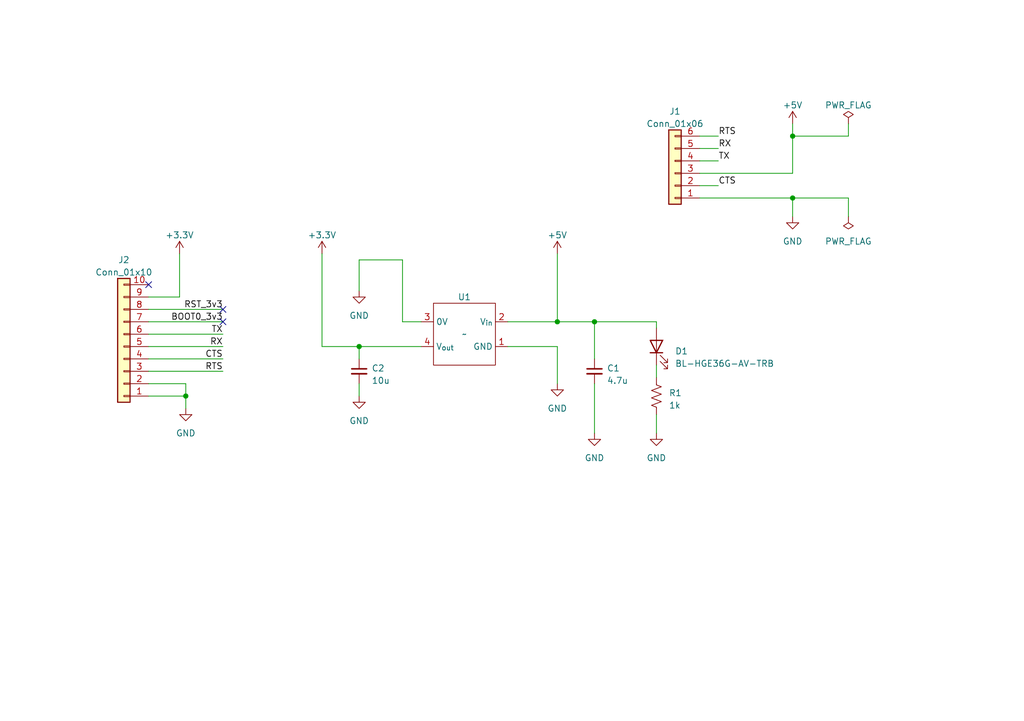
<source format=kicad_sch>
(kicad_sch (version 20230121) (generator eeschema)
  (paper "A5")
  (title_block (title "Radio Adapter") (company "The A-Team"))
  (lib_symbols
    (symbol "+5V_1" (power) (pin_names (offset 0))
      (property "Value" "+5V_1" (at 0 3.556 0))
      (symbol "+5V_1_0_1"
        (polyline (pts (xy -0.762 1.27) (xy 0 2.54)))
        (polyline (pts (xy 0 0) (xy 0 2.54)))
        (polyline (pts (xy 0 2.54) (xy 0.762 1.27)))
      )
      (symbol "+5V_1_1_1"
        (pin power_in line (at 0 0 90) (length 0) hide (name "+5V") (number "1"))
      )
    )
    (symbol "AT-Supplies:B0503S-1WR3"
      (property "Reference" "U" (at 0 8.89 0))
      (symbol "B0503S-1WR3_1_1"
        (rectangle (start -6.35 6.35) (end 6.35 -6.35))
        (pin power_in line (at -8.89 2.54 0) (length 2.54) (name "GND") (number "1"))
        (pin power_in line (at -8.89 -2.54 0) (length 2.54) (name "V_{in}") (number "2"))
        (pin power_in line (at 8.89 -2.54 180) (length 2.54) (name "0V") (number "3"))
        (pin power_out line (at 8.89 2.54 180) (length 2.54) (name "V_{out}") (number "4"))
      )
    )
    (symbol "Connector_Generic:Conn_01x06" (pin_names (offset 1.016) hide)
      (property "Reference" "J" (at 0 7.62 0))
      (property "Value" "Conn_01x06" (at 0 -10.16 0))
      (symbol "Conn_01x06_1_1"
        (rectangle (start -1.27 -7.493) (end 0 -7.747) (stroke (width 0.1524)))
        (rectangle (start -1.27 -4.953) (end 0 -5.207) (stroke (width 0.1524)))
        (rectangle (start -1.27 -2.413) (end 0 -2.667) (stroke (width 0.1524)))
        (rectangle (start -1.27 0.127) (end 0 -0.127) (stroke (width 0.1524)))
        (rectangle (start -1.27 2.667) (end 0 2.413) (stroke (width 0.1524)))
        (rectangle (start -1.27 5.207) (end 0 4.953) (stroke (width 0.1524)))
        (rectangle (start -1.27 6.35) (end 1.27 -8.89) (stroke (width 0.254)) (fill (type background)))
        (pin passive line (at -5.08 5.08 0) (length 3.81) (name "Pin_1") (number "1"))
        (pin passive line (at -5.08 2.54 0) (length 3.81) (name "Pin_2") (number "2"))
        (pin passive line (at -5.08 0 0) (length 3.81) (name "Pin_3") (number "3"))
        (pin passive line (at -5.08 -2.54 0) (length 3.81) (name "Pin_4") (number "4"))
        (pin passive line (at -5.08 -5.08 0) (length 3.81) (name "Pin_5") (number "5"))
        (pin passive line (at -5.08 -7.62 0) (length 3.81) (name "Pin_6") (number "6"))
      )
    )
    (symbol "Connector_Generic:Conn_01x10" (pin_names (offset 1.016) hide)
      (property "Reference" "J" (at 0 12.7 0))
      (property "Value" "Conn_01x10" (at 0 -15.24 0))
      (symbol "Conn_01x10_1_1"
        (rectangle (start -1.27 -12.573) (end 0 -12.827) (stroke (width 0.1524)))
        (rectangle (start -1.27 -10.033) (end 0 -10.287) (stroke (width 0.1524)))
        (rectangle (start -1.27 -7.493) (end 0 -7.747) (stroke (width 0.1524)))
        (rectangle (start -1.27 -4.953) (end 0 -5.207) (stroke (width 0.1524)))
        (rectangle (start -1.27 -2.413) (end 0 -2.667) (stroke (width 0.1524)))
        (rectangle (start -1.27 0.127) (end 0 -0.127) (stroke (width 0.1524)))
        (rectangle (start -1.27 2.667) (end 0 2.413) (stroke (width 0.1524)))
        (rectangle (start -1.27 5.207) (end 0 4.953) (stroke (width 0.1524)))
        (rectangle (start -1.27 7.747) (end 0 7.493) (stroke (width 0.1524)))
        (rectangle (start -1.27 10.287) (end 0 10.033) (stroke (width 0.1524)))
        (rectangle (start -1.27 11.43) (end 1.27 -13.97) (stroke (width 0.254)) (fill (type background)))
        (pin passive line (at -5.08 10.16 0) (length 3.81) (name "Pin_1") (number "1"))
        (pin passive line (at -5.08 -12.7 0) (length 3.81) (name "Pin_10") (number "10"))
        (pin passive line (at -5.08 7.62 0) (length 3.81) (name "Pin_2") (number "2"))
        (pin passive line (at -5.08 5.08 0) (length 3.81) (name "Pin_3") (number "3"))
        (pin passive line (at -5.08 2.54 0) (length 3.81) (name "Pin_4") (number "4"))
        (pin passive line (at -5.08 0 0) (length 3.81) (name "Pin_5") (number "5"))
        (pin passive line (at -5.08 -2.54 0) (length 3.81) (name "Pin_6") (number "6"))
        (pin passive line (at -5.08 -5.08 0) (length 3.81) (name "Pin_7") (number "7"))
        (pin passive line (at -5.08 -7.62 0) (length 3.81) (name "Pin_8") (number "8"))
        (pin passive line (at -5.08 -10.16 0) (length 3.81) (name "Pin_9") (number "9"))
      )
    )
    (symbol "Device:C_Small" (pin_numbers hide) (pin_names (offset 0.254) hide)
      (property "Reference" "C" (at 0.254 1.778 0))
      (property "Value" "C_Small" (at 0.254 -2.032 0))
      (symbol "C_Small_0_1"
        (polyline (pts (xy -1.524 -0.508) (xy 1.524 -0.508)) (stroke (width 0.3302)))
        (polyline (pts (xy -1.524 0.508) (xy 1.524 0.508)) (stroke (width 0.3048)))
      )
      (symbol "C_Small_1_1"
        (pin passive line (at 0 2.54 270) (length 2.032) (name "~") (number "1"))
        (pin passive line (at 0 -2.54 90) (length 2.032) (name "~") (number "2"))
      )
    )
    (symbol "Device:LED" (pin_numbers hide) (pin_names (offset 1.016) hide)
      (property "Reference" "D" (at 0 2.54 0))
      (property "Value" "LED" (at 0 -2.54 0))
      (symbol "LED_0_1"
        (polyline (pts (xy -1.27 -1.27) (xy -1.27 1.27)) (stroke (width 0.254)))
        (polyline (pts (xy -1.27 0) (xy 1.27 0)))
        (polyline (pts (xy 1.27 -1.27) (xy 1.27 1.27) (xy -1.27 0) (xy 1.27 -1.27)) (stroke (width 0.254)))
        (polyline (pts (xy -3.048 -0.762) (xy -4.572 -2.286) (xy -3.81 -2.286) (xy -4.572 -2.286) (xy -4.572 -1.524)))
        (polyline (pts (xy -1.778 -0.762) (xy -3.302 -2.286) (xy -2.54 -2.286) (xy -3.302 -2.286) (xy -3.302 -1.524)))
      )
      (symbol "LED_1_1"
        (pin passive line (at -3.81 0 0) (length 2.54) (name "K") (number "1"))
        (pin passive line (at 3.81 0 180) (length 2.54) (name "A") (number "2"))
      )
    )
    (symbol "Device:R_US" (pin_numbers hide) (pin_names (offset 0))
      (property "Reference" "R" (at 2.54 0 90))
      (property "Value" "R_US" (at -2.54 0 90))
      (symbol "R_US_0_1"
        (polyline (pts (xy 0 -2.286) (xy 0 -2.54)))
        (polyline (pts (xy 0 2.286) (xy 0 2.54)))
        (polyline (pts (xy 0 -0.762) (xy 1.016 -1.143) (xy 0 -1.524) (xy -1.016 -1.905) (xy 0 -2.286)))
        (polyline (pts (xy 0 0.762) (xy 1.016 0.381) (xy 0 0) (xy -1.016 -0.381) (xy 0 -0.762)))
        (polyline (pts (xy 0 2.286) (xy 1.016 1.905) (xy 0 1.524) (xy -1.016 1.143) (xy 0 0.762)))
      )
      (symbol "R_US_1_1"
        (pin passive line (at 0 3.81 270) (length 1.27) (name "~") (number "1"))
        (pin passive line (at 0 -3.81 90) (length 1.27) (name "~") (number "2"))
      )
    )
    (symbol "power:+3.3V" (power) (pin_names (offset 0))
      (property "Value" "+3.3V" (at 0 3.556 0))
      (symbol "+3.3V_0_1"
        (polyline (pts (xy -0.762 1.27) (xy 0 2.54)))
        (polyline (pts (xy 0 0) (xy 0 2.54)))
        (polyline (pts (xy 0 2.54) (xy 0.762 1.27)))
      )
      (symbol "+3.3V_1_1"
        (pin power_in line (at 0 0 90) (length 0) hide (name "+3.3V") (number "1"))
      )
    )
    (symbol "power:+5V" (power) (pin_names (offset 0))
      (property "Value" "+5V" (at 0 3.556 0))
      (symbol "+5V_0_1"
        (polyline (pts (xy -0.762 1.27) (xy 0 2.54)))
        (polyline (pts (xy 0 0) (xy 0 2.54)))
        (polyline (pts (xy 0 2.54) (xy 0.762 1.27)))
      )
      (symbol "+5V_1_1"
        (pin power_in line (at 0 0 90) (length 0) hide (name "+5V") (number "1"))
      )
    )
    (symbol "power:GND" (power) (pin_names (offset 0))
      (property "Value" "GND" (at 0 -3.81 0))
      (symbol "GND_0_1"
        (polyline (pts (xy 0 0) (xy 0 -1.27) (xy 1.27 -1.27) (xy 0 -2.54) (xy -1.27 -1.27) (xy 0 -1.27)))
      )
      (symbol "GND_1_1"
        (pin power_in line (at 0 0 270) (length 0) hide (name "GND") (number "1"))
      )
    )
    (symbol "power:PWR_FLAG" (power) (pin_numbers hide) (pin_names (offset 0) hide)
      (property "Value" "PWR_FLAG" (at 0 3.81 0))
      (symbol "PWR_FLAG_0_0"
        (pin power_out line (at 0 0 90) (length 0) (name "pwr") (number "1"))
      )
      (symbol "PWR_FLAG_0_1"
        (polyline (pts (xy 0 0) (xy 0 1.27) (xy -1.016 1.905) (xy 0 2.54) (xy 1.016 1.905) (xy 0 1.27)))
      )
    )
  )
  (junction (at 121.92 66.04))
  (junction (at 73.66 71.12))
  (junction (at 38.1 81.28))
  (junction (at 114.3 66.04))
  (junction (at 162.56 40.64))
  (junction (at 162.56 27.94))
  (no_connect (at 45.72 63.5))
  (no_connect (at 45.72 66.04))
  (no_connect (at 30.48 58.42))
  (wire (pts (xy 30.48 81.28) (xy 38.1 81.28)))
  (wire (pts (xy 73.66 71.12) (xy 73.66 73.66)))
  (wire (pts (xy 143.51 33.02) (xy 147.32 33.02)))
  (wire (pts (xy 73.66 53.34) (xy 73.66 59.69)))
  (wire (pts (xy 162.56 35.56) (xy 162.56 27.94)))
  (wire (pts (xy 38.1 81.28) (xy 38.1 83.82)))
  (wire (pts (xy 134.62 74.93) (xy 134.62 77.47)))
  (wire (pts (xy 143.51 30.48) (xy 147.32 30.48)))
  (wire (pts (xy 38.1 78.74) (xy 38.1 81.28)))
  (wire (pts (xy 104.14 66.04) (xy 114.3 66.04)))
  (wire (pts (xy 104.14 71.12) (xy 114.3 71.12)))
  (wire (pts (xy 173.99 40.64) (xy 162.56 40.64)))
  (wire (pts (xy 114.3 52.07) (xy 114.3 66.04)))
  (wire (pts (xy 36.83 60.96) (xy 30.48 60.96)))
  (wire (pts (xy 121.92 73.66) (xy 121.92 66.04)))
  (wire (pts (xy 114.3 71.12) (xy 114.3 78.74)))
  (wire (pts (xy 143.51 27.94) (xy 147.32 27.94)))
  (wire (pts (xy 143.51 38.1) (xy 147.32 38.1)))
  (wire (pts (xy 30.48 68.58) (xy 45.72 68.58)))
  (wire (pts (xy 143.51 35.56) (xy 162.56 35.56)))
  (wire (pts (xy 114.3 66.04) (xy 121.92 66.04)))
  (wire (pts (xy 134.62 66.04) (xy 121.92 66.04)))
  (wire (pts (xy 82.55 53.34) (xy 73.66 53.34)))
  (wire (pts (xy 30.48 76.2) (xy 45.72 76.2)))
  (wire (pts (xy 36.83 52.07) (xy 36.83 60.96)))
  (wire (pts (xy 66.04 52.07) (xy 66.04 71.12)))
  (wire (pts (xy 30.48 73.66) (xy 45.72 73.66)))
  (wire (pts (xy 134.62 85.09) (xy 134.62 88.9)))
  (wire (pts (xy 82.55 66.04) (xy 82.55 53.34)))
  (wire (pts (xy 30.48 63.5) (xy 45.72 63.5)))
  (wire (pts (xy 162.56 40.64) (xy 162.56 44.45)))
  (wire (pts (xy 73.66 78.74) (xy 73.66 81.28)))
  (wire (pts (xy 73.66 71.12) (xy 86.36 71.12)))
  (wire (pts (xy 66.04 71.12) (xy 73.66 71.12)))
  (wire (pts (xy 134.62 67.31) (xy 134.62 66.04)))
  (wire (pts (xy 162.56 27.94) (xy 173.99 27.94)))
  (wire (pts (xy 30.48 71.12) (xy 45.72 71.12)))
  (wire (pts (xy 82.55 66.04) (xy 86.36 66.04)))
  (wire (pts (xy 30.48 78.74) (xy 38.1 78.74)))
  (wire (pts (xy 121.92 78.74) (xy 121.92 88.9)))
  (wire (pts (xy 162.56 27.94) (xy 162.56 25.4)))
  (wire (pts (xy 30.48 66.04) (xy 45.72 66.04)))
  (wire (pts (xy 143.51 40.64) (xy 162.56 40.64)))
  (wire (pts (xy 173.99 44.45) (xy 173.99 40.64)))
  (wire (pts (xy 173.99 25.4) (xy 173.99 27.94)))
  (label "CTS" (at 147.32 38.1 0))
  (label "RTS" (at 147.32 27.94 0))
  (label "CTS" (at 45.72 73.66 180))
  (label "RST_3v3" (at 45.72 63.5 180))
  (label "RX" (at 45.72 71.12 180))
  (label "TX" (at 147.32 33.02 0))
  (label "RX" (at 147.32 30.48 0))
  (label "RTS" (at 45.72 76.2 180))
  (label "BOOT0_3v3" (at 45.72 66.04 180))
  (label "TX" (at 45.72 68.58 180))
  (symbol (lib_id "power:GND") (at 121.92 88.9 0) (unit 1)
    (property "Reference" "#PWR011" (effects hide))
    (property "Value" "GND" (at 121.92 93.98 0))
  )
  (symbol (lib_id "power:+3.3V") (at 66.04 52.07 0) (unit 1)
    (property "Reference" "#PWR06" (effects hide))
    (property "Value" "+3.3V" (at 66.04 48.26 0))
  )
  (symbol (lib_id "Device:LED") (at 134.62 71.12 90) (unit 1)
    (property "Reference" "D1" (at 138.43 72.0725 90) (effects (justify right)))
    (property "Value" "BL-HGE36G-AV-TRB" (at 138.43 74.6125 90) (effects (justify right)))
    (property "Footprint" "Diode_SMD:D_0603_1608Metric" (effects hide))
    (property "Datasheet" "https://jlcpcb.com/partdetail/177365-BL_HGE36G_AVTRB/C165982" (effects hide))
  )
  (symbol (lib_name "+5V_1") (lib_id "power:+5V") (at 114.3 52.07 0) (unit 1)
    (property "Reference" "#PWR03" (effects hide))
    (property "Value" "+5V" (at 114.3 48.26 0))
  )
  (symbol (lib_id "Connector_Generic:Conn_01x10") (at 25.4 71.12 180) (unit 1)
    (property "Reference" "J2" (at 25.4 53.34 0))
    (property "Value" "Conn_01x10" (at 25.4 55.88 0))
    (property "Footprint" "Connector_JST:JST_SH_SM10B-SRSS-TB_1x10-1MP_P1.00mm_Horizontal" (effects hide))
  )
  (symbol (lib_id "Device:C_Small") (at 121.92 76.2 0) (unit 1)
    (property "Reference" "C1" (at 124.46 75.5713 0) (effects (justify left)))
    (property "Value" "4.7u" (at 124.46 78.1113 0) (effects (justify left)))
    (property "Footprint" "Capacitor_SMD:C_0603_1608Metric" (effects hide))
  )
  (symbol (lib_id "power:GND") (at 134.62 88.9 0) (unit 1)
    (property "Reference" "#PWR05" (effects hide))
    (property "Value" "GND" (at 134.62 93.98 0))
  )
  (symbol (lib_id "AT-Supplies:B0503S-1WR3") (at 95.25 68.58 180) (unit 1)
    (property "Reference" "U1" (at 95.25 60.96 0))
    (property "Value" "~" (at 95.25 68.58 0))
    (property "Footprint" "AT-Modules:B0503S-1WR3" (effects hide))
  )
  (symbol (lib_id "power:GND") (at 114.3 78.74 0) (unit 1)
    (property "Reference" "#PWR04" (effects hide))
    (property "Value" "GND" (at 114.3 83.82 0))
  )
  (symbol (lib_id "power:GND") (at 162.56 44.45 0) (unit 1)
    (property "Reference" "#PWR01" (effects hide))
    (property "Value" "GND" (at 162.56 49.53 0))
  )
  (symbol (lib_id "power:PWR_FLAG") (at 173.99 44.45 180) (unit 1)
    (property "Reference" "#FLG01" (effects hide))
    (property "Value" "PWR_FLAG" (at 173.99 49.53 0))
  )
  (symbol (lib_id "Device:R_US") (at 134.62 81.28 180) (unit 1)
    (property "Reference" "R1" (at 137.16 80.645 0) (effects (justify right)))
    (property "Value" "1k" (at 137.16 83.185 0) (effects (justify right)))
    (property "Footprint" "Resistor_SMD:R_0603_1608Metric" (effects hide))
  )
  (symbol (lib_id "Connector_Generic:Conn_01x06") (at 138.43 35.56 180) (unit 1)
    (property "Reference" "J1" (at 138.43 22.86 0))
    (property "Value" "Conn_01x06" (at 138.43 25.4 0))
    (property "Footprint" "Connector_PinHeader_2.54mm:PinHeader_1x06_P2.54mm_Horizontal" (effects hide))
  )
  (symbol (lib_id "power:GND") (at 73.66 59.69 0) (unit 1)
    (property "Reference" "#PWR08" (effects hide))
    (property "Value" "GND" (at 73.66 64.77 0))
  )
  (symbol (lib_id "Device:C_Small") (at 73.66 76.2 0) (unit 1)
    (property "Reference" "C2" (at 76.2 75.5713 0) (effects (justify left)))
    (property "Value" "10u" (at 76.2 78.1113 0) (effects (justify left)))
    (property "Footprint" "Capacitor_SMD:C_0603_1608Metric" (effects hide))
  )
  (symbol (lib_id "power:GND") (at 73.66 81.28 0) (unit 1)
    (property "Reference" "#PWR07" (effects hide))
    (property "Value" "GND" (at 73.66 86.36 0))
  )
  (symbol (lib_id "power:PWR_FLAG") (at 173.99 25.4 0) (unit 1)
    (property "Reference" "#FLG02" (effects hide))
    (property "Value" "PWR_FLAG" (at 173.99 21.59 0))
  )
  (symbol (lib_id "power:+5V") (at 162.56 25.4 0) (unit 1)
    (property "Reference" "#PWR02" (effects hide))
    (property "Value" "+5V" (at 162.56 21.59 0))
  )
  (symbol (lib_id "power:+3.3V") (at 36.83 52.07 0) (unit 1)
    (property "Reference" "#PWR09" (effects hide))
    (property "Value" "+3.3V" (at 36.83 48.26 0))
  )
  (symbol (lib_id "power:GND") (at 38.1 83.82 0) (unit 1)
    (property "Reference" "#PWR010" (effects hide))
    (property "Value" "GND" (at 38.1 88.9 0))
  )
)
</source>
